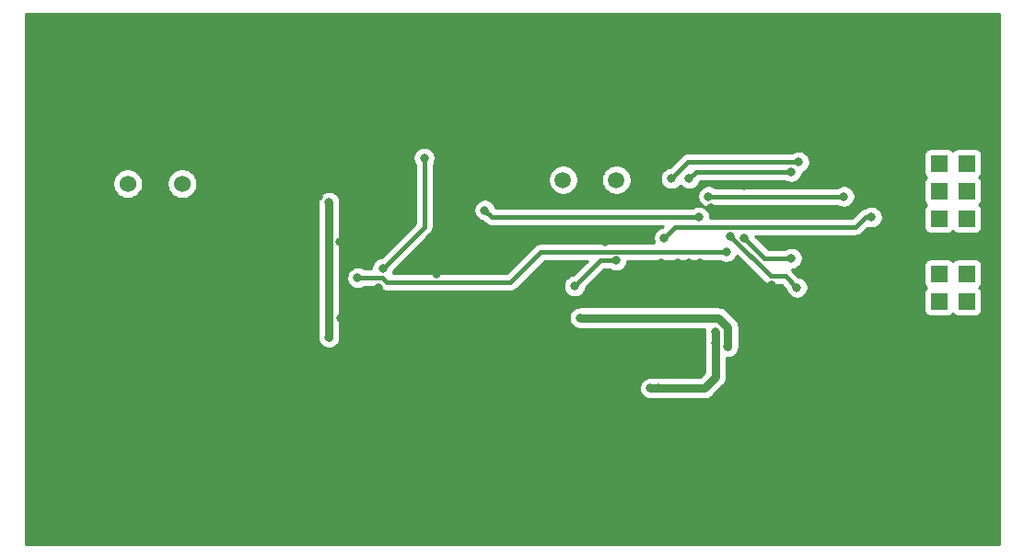
<source format=gbr>
G04 #@! TF.GenerationSoftware,KiCad,Pcbnew,(6.0.0-rc1-dev-1606-g4cd41e394)*
G04 #@! TF.CreationDate,2019-01-30T22:16:11+01:00
G04 #@! TF.ProjectId,SPACEDOS01A_PCB01A,53504143-4544-44f5-9330-31415f504342,REV*
G04 #@! TF.SameCoordinates,Original*
G04 #@! TF.FileFunction,Copper,L1,Top*
G04 #@! TF.FilePolarity,Positive*
%FSLAX46Y46*%
G04 Gerber Fmt 4.6, Leading zero omitted, Abs format (unit mm)*
G04 Created by KiCad (PCBNEW (6.0.0-rc1-dev-1606-g4cd41e394)) date 30.01.2019 22:16:11*
%MOMM*%
%LPD*%
G04 APERTURE LIST*
%ADD10C,6.000000*%
%ADD11R,1.524000X1.524000*%
%ADD12C,1.501140*%
%ADD13C,1.524000*%
%ADD14C,0.800000*%
%ADD15C,0.250000*%
%ADD16C,0.400000*%
%ADD17C,0.800000*%
%ADD18C,0.254000*%
G04 APERTURE END LIST*
D10*
X86360000Y45720000D03*
X5080000Y45720000D03*
X5080000Y5080000D03*
D11*
X87503000Y30988000D03*
X84963000Y30988000D03*
D10*
X86360000Y5080000D03*
D12*
X50391060Y34544000D03*
X55272940Y34544000D03*
D11*
X87503000Y25908000D03*
X84963000Y25908000D03*
X87503000Y28448000D03*
X84963000Y28448000D03*
X84963000Y23368000D03*
X87503000Y23368000D03*
D13*
X10360000Y34190000D03*
X15360000Y34190000D03*
D11*
X84963000Y36068000D03*
X87503000Y36068000D03*
X84963000Y33528000D03*
X87503000Y33528000D03*
D14*
X37465000Y15875000D03*
X12860000Y23870000D03*
X14732000Y22352000D03*
X12225000Y21965000D03*
X10668000Y21965000D03*
X10320000Y25775000D03*
X10320000Y27680000D03*
X10320000Y28950000D03*
X10319457Y30200565D03*
X4064000Y34544000D03*
X12225000Y31490000D03*
X30640000Y30220000D03*
X31910000Y30220000D03*
X33428186Y28701814D03*
X38895000Y30220000D03*
X33218000Y27680000D03*
X34450000Y29420000D03*
X37625000Y21965000D03*
X38895000Y21965000D03*
X39530000Y29585000D03*
X38768000Y25902000D03*
X30767000Y28823000D03*
X29862000Y28823000D03*
X4986000Y25648000D03*
X4986000Y26918000D03*
X9304000Y22092000D03*
X33434000Y24632000D03*
X50038000Y13716000D03*
X51308000Y13716000D03*
X52578000Y13716000D03*
X50038000Y12446000D03*
X51308000Y12446000D03*
X52578000Y12446000D03*
X33020000Y13716000D03*
X32766000Y12192000D03*
X34290000Y12192000D03*
X35814000Y12192000D03*
X37338000Y12192000D03*
X39116000Y12192000D03*
X40640000Y12192000D03*
X28575000Y11430000D03*
X26670000Y12700000D03*
X26670000Y13970000D03*
X27940000Y15240000D03*
X27940000Y16510000D03*
X27305000Y17780000D03*
X26035000Y18415000D03*
X24765000Y18415000D03*
X23495000Y18415000D03*
X22225000Y18415000D03*
X20955000Y17780000D03*
X19685000Y16510000D03*
X18415000Y15875000D03*
X17145000Y15875000D03*
X15240000Y15875000D03*
X13970000Y17145000D03*
X12700000Y17145000D03*
X17780000Y19050000D03*
X17780000Y20320000D03*
X17780000Y21590000D03*
X19050000Y21590000D03*
X19050000Y20320000D03*
X20320000Y21590000D03*
X21590000Y21590000D03*
X22860000Y21590000D03*
X24130000Y21590000D03*
X25400000Y21590000D03*
X26670000Y21590000D03*
X21590000Y22860000D03*
X21590000Y24892000D03*
X22860000Y24892000D03*
X22860000Y22860000D03*
X31115000Y22225000D03*
X29972000Y21844000D03*
X30480000Y20320000D03*
X30480000Y19050000D03*
X31750000Y19050000D03*
X31750000Y20320000D03*
X32385000Y21590000D03*
X34290000Y22225000D03*
X34036000Y17272000D03*
X34290000Y18415000D03*
X33655000Y19685000D03*
X32512000Y17272000D03*
X10795000Y17145000D03*
X8890000Y17145000D03*
X7620000Y17780000D03*
X5715000Y17780000D03*
X4445000Y18415000D03*
X3175000Y19685000D03*
X2540000Y20955000D03*
X2540000Y22225000D03*
X2540000Y24130000D03*
X2540000Y26035000D03*
X2540000Y27940000D03*
X2540000Y29845000D03*
X2540000Y31750000D03*
X2540000Y33020000D03*
X5715000Y33020000D03*
X6985000Y31750000D03*
X7620000Y33020000D03*
X8255000Y34290000D03*
X8255000Y35560000D03*
X10160000Y36195000D03*
X11430000Y36195000D03*
X12065000Y34925000D03*
X10795000Y31750000D03*
X12065000Y33020000D03*
X5080000Y35560000D03*
X13970000Y34925000D03*
X14605000Y36195000D03*
X15875000Y36195000D03*
X16510000Y37465000D03*
X16510000Y38735000D03*
X19685000Y30480000D03*
X20955000Y30480000D03*
X22225000Y30480000D03*
X23368000Y29972000D03*
X24765000Y32004000D03*
X26035000Y30988000D03*
X27305000Y30480000D03*
X27305000Y31750000D03*
X27940000Y33020000D03*
X28575000Y34290000D03*
X26035000Y33655000D03*
X26035000Y35560000D03*
X27305000Y36195000D03*
X28575000Y36195000D03*
X29845000Y35560000D03*
X31115000Y35560000D03*
X32385000Y35560000D03*
X33655000Y35560000D03*
X34925000Y35560000D03*
X36195000Y36195000D03*
X36195000Y37465000D03*
X37465000Y38100000D03*
X38735000Y37465000D03*
X40005000Y37465000D03*
X40894000Y35306000D03*
X40894000Y34036000D03*
X40894000Y32512000D03*
X40894000Y31496000D03*
X41656000Y30480000D03*
X42926000Y30480000D03*
X43688000Y29464000D03*
X50800000Y39116000D03*
X52324000Y39116000D03*
X53848000Y39116000D03*
X55372000Y39116000D03*
X56896000Y39116000D03*
X58420000Y39116000D03*
X59944000Y39116000D03*
X61468000Y39116000D03*
X59436000Y26924000D03*
X60960000Y26924000D03*
X61976000Y26924000D03*
X62992000Y26924000D03*
X58928000Y20320000D03*
X53848000Y20320000D03*
X57912000Y24892000D03*
X69596000Y24892000D03*
X70104000Y22352000D03*
X76200000Y31496000D03*
X66548000Y31496000D03*
X64008000Y32004000D03*
X67183000Y38735000D03*
X68453000Y38735000D03*
X75311000Y14605000D03*
X51054000Y32512000D03*
X50038000Y21717000D03*
X49657000Y32512000D03*
X54864000Y24892000D03*
X54229000Y28829000D03*
X6096000Y36576000D03*
X7112000Y37592000D03*
X8636000Y38608000D03*
X10160000Y38608000D03*
X11684000Y38608000D03*
X13208000Y38608000D03*
X14224000Y37592000D03*
X79248000Y21844000D03*
X79248000Y20320000D03*
X78232000Y19304000D03*
X78232000Y39243000D03*
X76708000Y39243000D03*
X75184000Y39243000D03*
X73660000Y39243000D03*
X72136000Y39243000D03*
X70612000Y39243000D03*
X69596000Y39243000D03*
X87884000Y12192000D03*
X87884000Y13716000D03*
X88392000Y16764000D03*
X79248000Y33528000D03*
X67056000Y34036000D03*
X37625000Y36570000D03*
X33815000Y26410000D03*
X59690000Y29210000D03*
X78740000Y31115000D03*
X65747314Y29387314D03*
X71882000Y24638000D03*
X67056000Y29210000D03*
X71374778Y27336070D03*
X51435000Y24765000D03*
X55245000Y27140000D03*
X61976000Y34671000D03*
X71374000Y35306000D03*
X60325000Y34671000D03*
X72066686Y36191990D03*
X28862000Y20060000D03*
X28862000Y32506000D03*
X64389000Y19558000D03*
X64389000Y20574000D03*
X59182000Y15367000D03*
X58420000Y15367000D03*
X76200000Y33020000D03*
X63754000Y33020000D03*
X65532000Y19177000D03*
X51943000Y21844000D03*
X31496000Y25527000D03*
X65405000Y27940000D03*
X43180000Y31750000D03*
X62865000Y31115000D03*
D15*
X12225000Y21965000D02*
X14130000Y21965000D01*
X10320000Y28950000D02*
X10320000Y27680000D01*
X12205565Y30200565D02*
X10319457Y30200565D01*
X13495000Y31490000D02*
X12205565Y30200565D01*
D16*
X31910000Y30220000D02*
X30640000Y30220000D01*
X34146372Y29420000D02*
X33428186Y28701814D01*
X34450000Y29420000D02*
X34146372Y29420000D01*
X34450000Y28912000D02*
X33218000Y27680000D01*
X34450000Y29420000D02*
X34450000Y28912000D01*
X38895000Y21965000D02*
X37625000Y21965000D01*
X39530000Y29585000D02*
X39530000Y26664000D01*
X39530000Y26664000D02*
X38768000Y25902000D01*
D15*
X29862000Y28823000D02*
X30767000Y28823000D01*
X4986000Y25648000D02*
X4986000Y26918000D01*
X33434000Y24632000D02*
X33434000Y23362000D01*
X33434000Y23362000D02*
X33688000Y23108000D01*
D16*
X37625000Y30220000D02*
X37625000Y36570000D01*
X33815000Y26410000D02*
X37625000Y30220000D01*
X78174315Y31115000D02*
X77285315Y30226000D01*
X78740000Y31115000D02*
X78174315Y31115000D01*
X60706000Y30226000D02*
X59690000Y29210000D01*
X77285315Y30226000D02*
X60706000Y30226000D01*
X70827999Y25692001D02*
X71882000Y24638000D01*
X65747314Y29387314D02*
X69442627Y25692001D01*
X69442627Y25692001D02*
X70827999Y25692001D01*
X68929930Y27336070D02*
X71374778Y27336070D01*
X67056000Y29210000D02*
X68929930Y27336070D01*
X51435000Y24765000D02*
X53810000Y27140000D01*
X53810000Y27140000D02*
X55245000Y27140000D01*
X61976000Y34671000D02*
X62611000Y35306000D01*
X62611000Y35306000D02*
X71374000Y35306000D01*
X60325000Y34671000D02*
X61845990Y36191990D01*
X61845990Y36191990D02*
X72066686Y36191990D01*
D17*
X28862000Y32506000D02*
X28862000Y20060000D01*
X63373000Y15367000D02*
X59182000Y15367000D01*
X64389000Y16383000D02*
X63373000Y15367000D01*
X64389000Y20574000D02*
X64389000Y16383000D01*
X59182000Y15367000D02*
X58420000Y15367000D01*
D16*
X76200000Y33020000D02*
X63754000Y33020000D01*
D17*
X64643000Y21844000D02*
X51943000Y21844000D01*
X65532000Y20955000D02*
X64643000Y21844000D01*
X65532000Y19177000D02*
X65532000Y20955000D01*
D16*
X34148003Y25101999D02*
X45548999Y25101999D01*
X31496000Y25527000D02*
X33723002Y25527000D01*
X33723002Y25527000D02*
X34148003Y25101999D01*
X48387000Y27940000D02*
X48323500Y27876500D01*
X65405000Y27940000D02*
X48387000Y27940000D01*
X45548999Y25101999D02*
X48323500Y27876500D01*
X43180000Y31750000D02*
X43815000Y31115000D01*
X43815000Y31115000D02*
X62865000Y31115000D01*
D18*
G36*
X90451000Y989000D02*
G01*
X989000Y989000D01*
X989000Y32607939D01*
X27827000Y32607939D01*
X27827000Y32556837D01*
X27827001Y20161944D01*
X27827000Y20161939D01*
X27827000Y19958061D01*
X27836971Y19907933D01*
X27841977Y19857105D01*
X27856803Y19808232D01*
X27866774Y19758102D01*
X27886335Y19710878D01*
X27901160Y19662007D01*
X27925235Y19616966D01*
X27944795Y19569744D01*
X27973191Y19527247D01*
X27997267Y19482203D01*
X28029668Y19442722D01*
X28058063Y19400226D01*
X28094203Y19364086D01*
X28126605Y19324604D01*
X28166087Y19292202D01*
X28202226Y19256063D01*
X28244721Y19227669D01*
X28284204Y19195266D01*
X28329250Y19171188D01*
X28371744Y19142795D01*
X28418962Y19123237D01*
X28464008Y19099159D01*
X28512884Y19084332D01*
X28560102Y19064774D01*
X28610226Y19054804D01*
X28659106Y19039976D01*
X28709942Y19034969D01*
X28760061Y19025000D01*
X28811162Y19025000D01*
X28862000Y19019993D01*
X28912838Y19025000D01*
X28963939Y19025000D01*
X29014057Y19034969D01*
X29064895Y19039976D01*
X29113777Y19054804D01*
X29163898Y19064774D01*
X29211113Y19084331D01*
X29259993Y19099159D01*
X29305042Y19123238D01*
X29352256Y19142795D01*
X29394746Y19171186D01*
X29439797Y19195266D01*
X29479284Y19227672D01*
X29521774Y19256063D01*
X29557908Y19292197D01*
X29597396Y19324604D01*
X29629803Y19364092D01*
X29665937Y19400226D01*
X29694328Y19442716D01*
X29726734Y19482203D01*
X29750814Y19527254D01*
X29779205Y19569744D01*
X29798762Y19616958D01*
X29822841Y19662007D01*
X29837669Y19710887D01*
X29857226Y19758102D01*
X29867196Y19808223D01*
X29882024Y19857105D01*
X29887031Y19907943D01*
X29897000Y19958061D01*
X29897000Y21844000D01*
X50902993Y21844000D01*
X50908000Y21793162D01*
X50908000Y21742061D01*
X50917969Y21691943D01*
X50922976Y21641105D01*
X50937804Y21592223D01*
X50947774Y21542102D01*
X50967331Y21494887D01*
X50982159Y21446007D01*
X51006238Y21400958D01*
X51025795Y21353744D01*
X51054186Y21311254D01*
X51078266Y21266203D01*
X51110672Y21226716D01*
X51139063Y21184226D01*
X51175196Y21148093D01*
X51207604Y21108604D01*
X51247092Y21076197D01*
X51283226Y21040063D01*
X51325716Y21011672D01*
X51365203Y20979266D01*
X51410254Y20955186D01*
X51452744Y20926795D01*
X51499958Y20907238D01*
X51545007Y20883159D01*
X51593887Y20868331D01*
X51641102Y20848774D01*
X51691223Y20838804D01*
X51740105Y20823976D01*
X51790943Y20818969D01*
X51841061Y20809000D01*
X63378715Y20809000D01*
X63368976Y20776894D01*
X63363969Y20726058D01*
X63354000Y20675939D01*
X63354000Y20624837D01*
X63354001Y16811712D01*
X62944290Y16402000D01*
X58318061Y16402000D01*
X58267943Y16392031D01*
X58217105Y16387024D01*
X58168223Y16372196D01*
X58118102Y16362226D01*
X58070887Y16342669D01*
X58022007Y16327841D01*
X57976958Y16303762D01*
X57929744Y16284205D01*
X57887254Y16255814D01*
X57842203Y16231734D01*
X57802716Y16199328D01*
X57760226Y16170937D01*
X57724092Y16134803D01*
X57684604Y16102396D01*
X57652197Y16062908D01*
X57616063Y16026774D01*
X57587672Y15984284D01*
X57555266Y15944797D01*
X57531186Y15899746D01*
X57502795Y15857256D01*
X57483238Y15810042D01*
X57459159Y15764993D01*
X57444331Y15716113D01*
X57424774Y15668898D01*
X57414804Y15618777D01*
X57399976Y15569895D01*
X57394969Y15519057D01*
X57385000Y15468939D01*
X57385000Y15417838D01*
X57379993Y15367000D01*
X57385000Y15316162D01*
X57385000Y15265061D01*
X57394969Y15214943D01*
X57399976Y15164105D01*
X57414804Y15115223D01*
X57424774Y15065102D01*
X57444331Y15017887D01*
X57459159Y14969007D01*
X57483238Y14923958D01*
X57502795Y14876744D01*
X57531186Y14834254D01*
X57555266Y14789203D01*
X57587672Y14749716D01*
X57616063Y14707226D01*
X57652197Y14671092D01*
X57684604Y14631604D01*
X57724092Y14599197D01*
X57760226Y14563063D01*
X57802716Y14534672D01*
X57842203Y14502266D01*
X57887254Y14478186D01*
X57929744Y14449795D01*
X57976958Y14430238D01*
X58022007Y14406159D01*
X58070887Y14391331D01*
X58118102Y14371774D01*
X58168223Y14361804D01*
X58217105Y14346976D01*
X58267943Y14341969D01*
X58318061Y14332000D01*
X63322172Y14332000D01*
X63373000Y14326994D01*
X63423828Y14332000D01*
X63423838Y14332000D01*
X63575895Y14346976D01*
X63770993Y14406159D01*
X63950797Y14502266D01*
X64108396Y14631604D01*
X64140807Y14671097D01*
X65084908Y15615197D01*
X65124396Y15647604D01*
X65220735Y15764993D01*
X65253734Y15805202D01*
X65349840Y15985006D01*
X65349841Y15985007D01*
X65409024Y16180105D01*
X65424000Y16332162D01*
X65424000Y16332164D01*
X65429007Y16383000D01*
X65424000Y16433835D01*
X65424000Y18143206D01*
X65430061Y18142000D01*
X65481162Y18142000D01*
X65532000Y18136993D01*
X65582838Y18142000D01*
X65633939Y18142000D01*
X65684058Y18151969D01*
X65734894Y18156976D01*
X65783774Y18171804D01*
X65833898Y18181774D01*
X65881116Y18201332D01*
X65929992Y18216159D01*
X65975039Y18240237D01*
X66022256Y18259795D01*
X66064747Y18288186D01*
X66109797Y18312266D01*
X66149284Y18344672D01*
X66191774Y18373063D01*
X66227908Y18409197D01*
X66267396Y18441604D01*
X66299803Y18481092D01*
X66335937Y18517226D01*
X66364328Y18559716D01*
X66396734Y18599203D01*
X66420814Y18644254D01*
X66449205Y18686744D01*
X66468762Y18733958D01*
X66492841Y18779007D01*
X66507669Y18827887D01*
X66527226Y18875102D01*
X66537196Y18925223D01*
X66552024Y18974105D01*
X66557031Y19024943D01*
X66567000Y19075061D01*
X66567000Y20904165D01*
X66572007Y20955000D01*
X66563629Y21040063D01*
X66552024Y21157895D01*
X66492841Y21352993D01*
X66443124Y21446007D01*
X66396734Y21532798D01*
X66299803Y21650908D01*
X66267396Y21690396D01*
X66227908Y21722803D01*
X65410807Y22539903D01*
X65378396Y22579396D01*
X65220797Y22708734D01*
X65040993Y22804841D01*
X64845895Y22864024D01*
X64693838Y22879000D01*
X64693828Y22879000D01*
X64643000Y22884006D01*
X64592172Y22879000D01*
X51841061Y22879000D01*
X51790943Y22869031D01*
X51740105Y22864024D01*
X51691223Y22849196D01*
X51641102Y22839226D01*
X51593887Y22819669D01*
X51545007Y22804841D01*
X51499958Y22780762D01*
X51452744Y22761205D01*
X51410254Y22732814D01*
X51365203Y22708734D01*
X51325716Y22676328D01*
X51283226Y22647937D01*
X51247092Y22611803D01*
X51207604Y22579396D01*
X51175197Y22539908D01*
X51139063Y22503774D01*
X51110672Y22461284D01*
X51078266Y22421797D01*
X51054186Y22376746D01*
X51025795Y22334256D01*
X51006238Y22287042D01*
X50982159Y22241993D01*
X50967331Y22193113D01*
X50947774Y22145898D01*
X50937804Y22095777D01*
X50922976Y22046895D01*
X50917969Y21996057D01*
X50908000Y21945939D01*
X50908000Y21894838D01*
X50902993Y21844000D01*
X29897000Y21844000D01*
X29897000Y25628939D01*
X30461000Y25628939D01*
X30461000Y25425061D01*
X30500774Y25225102D01*
X30578795Y25036744D01*
X30692063Y24867226D01*
X30836226Y24723063D01*
X31005744Y24609795D01*
X31194102Y24531774D01*
X31394061Y24492000D01*
X31597939Y24492000D01*
X31797898Y24531774D01*
X31986256Y24609795D01*
X32109285Y24692000D01*
X33377135Y24692000D01*
X33528557Y24540578D01*
X33554712Y24508708D01*
X33681857Y24404363D01*
X33809564Y24336102D01*
X33826916Y24326827D01*
X33984314Y24279081D01*
X34148002Y24262959D01*
X34189021Y24266999D01*
X45507981Y24266999D01*
X45548999Y24262959D01*
X45590017Y24266999D01*
X45590018Y24266999D01*
X45712688Y24279081D01*
X45870086Y24326827D01*
X46015145Y24404363D01*
X46142290Y24508708D01*
X46168445Y24540578D01*
X48732869Y27105000D01*
X52594132Y27105000D01*
X51278225Y25789093D01*
X51133102Y25760226D01*
X50944744Y25682205D01*
X50775226Y25568937D01*
X50631063Y25424774D01*
X50517795Y25255256D01*
X50439774Y25066898D01*
X50400000Y24866939D01*
X50400000Y24663061D01*
X50439774Y24463102D01*
X50517795Y24274744D01*
X50631063Y24105226D01*
X50775226Y23961063D01*
X50944744Y23847795D01*
X51133102Y23769774D01*
X51333061Y23730000D01*
X51536939Y23730000D01*
X51736898Y23769774D01*
X51925256Y23847795D01*
X52094774Y23961063D01*
X52238937Y24105226D01*
X52352205Y24274744D01*
X52430226Y24463102D01*
X52459093Y24608225D01*
X54155868Y26305000D01*
X54631715Y26305000D01*
X54754744Y26222795D01*
X54943102Y26144774D01*
X55143061Y26105000D01*
X55346939Y26105000D01*
X55546898Y26144774D01*
X55735256Y26222795D01*
X55904774Y26336063D01*
X56048937Y26480226D01*
X56162205Y26649744D01*
X56240226Y26838102D01*
X56280000Y27038061D01*
X56280000Y27105000D01*
X64791715Y27105000D01*
X64914744Y27022795D01*
X65103102Y26944774D01*
X65303061Y26905000D01*
X65506939Y26905000D01*
X65706898Y26944774D01*
X65895256Y27022795D01*
X66064774Y27136063D01*
X66208937Y27280226D01*
X66322205Y27449744D01*
X66375457Y27578304D01*
X68823190Y25130569D01*
X68849336Y25098710D01*
X68881195Y25072564D01*
X68881197Y25072562D01*
X68924842Y25036744D01*
X68976481Y24994365D01*
X69121540Y24916829D01*
X69278938Y24869083D01*
X69401608Y24857001D01*
X69401609Y24857001D01*
X69442627Y24852961D01*
X69483645Y24857001D01*
X70482132Y24857001D01*
X70857908Y24481224D01*
X70886774Y24336102D01*
X70964795Y24147744D01*
X71078063Y23978226D01*
X71222226Y23834063D01*
X71391744Y23720795D01*
X71580102Y23642774D01*
X71780061Y23603000D01*
X71983939Y23603000D01*
X72183898Y23642774D01*
X72372256Y23720795D01*
X72541774Y23834063D01*
X72685937Y23978226D01*
X72799205Y24147744D01*
X72877226Y24336102D01*
X72917000Y24536061D01*
X72917000Y24739939D01*
X72877226Y24939898D01*
X72799205Y25128256D01*
X72685937Y25297774D01*
X72541774Y25441937D01*
X72372256Y25555205D01*
X72183898Y25633226D01*
X72038776Y25662092D01*
X71447444Y26253423D01*
X71421290Y26285292D01*
X71402064Y26301070D01*
X71476717Y26301070D01*
X71676676Y26340844D01*
X71865034Y26418865D01*
X72034552Y26532133D01*
X72172419Y26670000D01*
X83562928Y26670000D01*
X83562928Y25146000D01*
X83575188Y25021518D01*
X83611498Y24901820D01*
X83670463Y24791506D01*
X83749815Y24694815D01*
X83819044Y24638000D01*
X83749815Y24581185D01*
X83670463Y24484494D01*
X83611498Y24374180D01*
X83575188Y24254482D01*
X83562928Y24130000D01*
X83562928Y22606000D01*
X83575188Y22481518D01*
X83611498Y22361820D01*
X83670463Y22251506D01*
X83749815Y22154815D01*
X83846506Y22075463D01*
X83956820Y22016498D01*
X84076518Y21980188D01*
X84201000Y21967928D01*
X85725000Y21967928D01*
X85849482Y21980188D01*
X85969180Y22016498D01*
X86079494Y22075463D01*
X86176185Y22154815D01*
X86233000Y22224044D01*
X86289815Y22154815D01*
X86386506Y22075463D01*
X86496820Y22016498D01*
X86616518Y21980188D01*
X86741000Y21967928D01*
X88265000Y21967928D01*
X88389482Y21980188D01*
X88509180Y22016498D01*
X88619494Y22075463D01*
X88716185Y22154815D01*
X88795537Y22251506D01*
X88854502Y22361820D01*
X88890812Y22481518D01*
X88903072Y22606000D01*
X88903072Y24130000D01*
X88890812Y24254482D01*
X88854502Y24374180D01*
X88795537Y24484494D01*
X88716185Y24581185D01*
X88646956Y24638000D01*
X88716185Y24694815D01*
X88795537Y24791506D01*
X88854502Y24901820D01*
X88890812Y25021518D01*
X88903072Y25146000D01*
X88903072Y26670000D01*
X88890812Y26794482D01*
X88854502Y26914180D01*
X88795537Y27024494D01*
X88716185Y27121185D01*
X88619494Y27200537D01*
X88509180Y27259502D01*
X88389482Y27295812D01*
X88265000Y27308072D01*
X86741000Y27308072D01*
X86616518Y27295812D01*
X86496820Y27259502D01*
X86386506Y27200537D01*
X86289815Y27121185D01*
X86233000Y27051956D01*
X86176185Y27121185D01*
X86079494Y27200537D01*
X85969180Y27259502D01*
X85849482Y27295812D01*
X85725000Y27308072D01*
X84201000Y27308072D01*
X84076518Y27295812D01*
X83956820Y27259502D01*
X83846506Y27200537D01*
X83749815Y27121185D01*
X83670463Y27024494D01*
X83611498Y26914180D01*
X83575188Y26794482D01*
X83562928Y26670000D01*
X72172419Y26670000D01*
X72178715Y26676296D01*
X72291983Y26845814D01*
X72370004Y27034172D01*
X72409778Y27234131D01*
X72409778Y27438009D01*
X72370004Y27637968D01*
X72291983Y27826326D01*
X72178715Y27995844D01*
X72034552Y28140007D01*
X71865034Y28253275D01*
X71676676Y28331296D01*
X71476717Y28371070D01*
X71272839Y28371070D01*
X71072880Y28331296D01*
X70884522Y28253275D01*
X70761493Y28171070D01*
X69275798Y28171070D01*
X68080093Y29366775D01*
X68075274Y29391000D01*
X77244297Y29391000D01*
X77285315Y29386960D01*
X77326333Y29391000D01*
X77326334Y29391000D01*
X77449004Y29403082D01*
X77606402Y29450828D01*
X77751461Y29528364D01*
X77878606Y29632709D01*
X77904760Y29664578D01*
X78382845Y30142662D01*
X78438102Y30119774D01*
X78638061Y30080000D01*
X78841939Y30080000D01*
X79041898Y30119774D01*
X79230256Y30197795D01*
X79399774Y30311063D01*
X79543937Y30455226D01*
X79657205Y30624744D01*
X79735226Y30813102D01*
X79775000Y31013061D01*
X79775000Y31216939D01*
X79735226Y31416898D01*
X79657205Y31605256D01*
X79543937Y31774774D01*
X79399774Y31918937D01*
X79230256Y32032205D01*
X79041898Y32110226D01*
X78841939Y32150000D01*
X78638061Y32150000D01*
X78438102Y32110226D01*
X78249744Y32032205D01*
X78125577Y31949240D01*
X78010626Y31937918D01*
X77853228Y31890172D01*
X77708169Y31812636D01*
X77631847Y31750000D01*
X77581024Y31708291D01*
X77554878Y31676432D01*
X76939447Y31061000D01*
X63900000Y31061000D01*
X63900000Y31216939D01*
X63860226Y31416898D01*
X63782205Y31605256D01*
X63668937Y31774774D01*
X63524774Y31918937D01*
X63355256Y32032205D01*
X63166898Y32110226D01*
X62966939Y32150000D01*
X62763061Y32150000D01*
X62563102Y32110226D01*
X62374744Y32032205D01*
X62251715Y31950000D01*
X44195495Y31950000D01*
X44175226Y32051898D01*
X44097205Y32240256D01*
X43983937Y32409774D01*
X43839774Y32553937D01*
X43670256Y32667205D01*
X43481898Y32745226D01*
X43281939Y32785000D01*
X43078061Y32785000D01*
X42878102Y32745226D01*
X42689744Y32667205D01*
X42520226Y32553937D01*
X42376063Y32409774D01*
X42262795Y32240256D01*
X42184774Y32051898D01*
X42145000Y31851939D01*
X42145000Y31648061D01*
X42184774Y31448102D01*
X42262795Y31259744D01*
X42376063Y31090226D01*
X42520226Y30946063D01*
X42689744Y30832795D01*
X42878102Y30754774D01*
X43023224Y30725908D01*
X43195561Y30553570D01*
X43221709Y30521709D01*
X43348854Y30417364D01*
X43493913Y30339828D01*
X43651311Y30292082D01*
X43773981Y30280000D01*
X43773982Y30280000D01*
X43815000Y30275960D01*
X43856018Y30280000D01*
X59579133Y30280000D01*
X59533225Y30234093D01*
X59388102Y30205226D01*
X59199744Y30127205D01*
X59030226Y30013937D01*
X58886063Y29869774D01*
X58772795Y29700256D01*
X58694774Y29511898D01*
X58655000Y29311939D01*
X58655000Y29108061D01*
X58694774Y28908102D01*
X58749907Y28775000D01*
X48428018Y28775000D01*
X48387000Y28779040D01*
X48345982Y28775000D01*
X48345981Y28775000D01*
X48223311Y28762918D01*
X48065913Y28715172D01*
X47920854Y28637636D01*
X47793709Y28533291D01*
X47767556Y28501424D01*
X47762078Y28495946D01*
X47762070Y28495939D01*
X45203132Y25936999D01*
X34739352Y25936999D01*
X34810226Y26108102D01*
X34839093Y26253225D01*
X38186433Y29600564D01*
X38218291Y29626709D01*
X38278650Y29700256D01*
X38322636Y29753854D01*
X38400172Y29898913D01*
X38402818Y29907636D01*
X38447918Y30056311D01*
X38460000Y30178981D01*
X38460000Y30178982D01*
X38464040Y30220000D01*
X38460000Y30261018D01*
X38460000Y33121939D01*
X62719000Y33121939D01*
X62719000Y32918061D01*
X62758774Y32718102D01*
X62836795Y32529744D01*
X62950063Y32360226D01*
X63094226Y32216063D01*
X63263744Y32102795D01*
X63452102Y32024774D01*
X63652061Y31985000D01*
X63855939Y31985000D01*
X64055898Y32024774D01*
X64244256Y32102795D01*
X64367285Y32185000D01*
X75586715Y32185000D01*
X75709744Y32102795D01*
X75898102Y32024774D01*
X76098061Y31985000D01*
X76301939Y31985000D01*
X76501898Y32024774D01*
X76690256Y32102795D01*
X76859774Y32216063D01*
X77003937Y32360226D01*
X77117205Y32529744D01*
X77195226Y32718102D01*
X77235000Y32918061D01*
X77235000Y33121939D01*
X77195226Y33321898D01*
X77117205Y33510256D01*
X77003937Y33679774D01*
X76859774Y33823937D01*
X76690256Y33937205D01*
X76501898Y34015226D01*
X76301939Y34055000D01*
X76098061Y34055000D01*
X75898102Y34015226D01*
X75709744Y33937205D01*
X75586715Y33855000D01*
X64367285Y33855000D01*
X64244256Y33937205D01*
X64055898Y34015226D01*
X63855939Y34055000D01*
X63652061Y34055000D01*
X63452102Y34015226D01*
X63263744Y33937205D01*
X63094226Y33823937D01*
X62950063Y33679774D01*
X62836795Y33510256D01*
X62758774Y33321898D01*
X62719000Y33121939D01*
X38460000Y33121939D01*
X38460000Y34680467D01*
X49005490Y34680467D01*
X49005490Y34407533D01*
X49058737Y34139844D01*
X49163184Y33887687D01*
X49314818Y33660751D01*
X49507811Y33467758D01*
X49734747Y33316124D01*
X49986904Y33211677D01*
X50254593Y33158430D01*
X50527527Y33158430D01*
X50795216Y33211677D01*
X51047373Y33316124D01*
X51274309Y33467758D01*
X51467302Y33660751D01*
X51618936Y33887687D01*
X51723383Y34139844D01*
X51776630Y34407533D01*
X51776630Y34680467D01*
X53887370Y34680467D01*
X53887370Y34407533D01*
X53940617Y34139844D01*
X54045064Y33887687D01*
X54196698Y33660751D01*
X54389691Y33467758D01*
X54616627Y33316124D01*
X54868784Y33211677D01*
X55136473Y33158430D01*
X55409407Y33158430D01*
X55677096Y33211677D01*
X55929253Y33316124D01*
X56156189Y33467758D01*
X56349182Y33660751D01*
X56500816Y33887687D01*
X56605263Y34139844D01*
X56658510Y34407533D01*
X56658510Y34680467D01*
X56640117Y34772939D01*
X59290000Y34772939D01*
X59290000Y34569061D01*
X59329774Y34369102D01*
X59407795Y34180744D01*
X59521063Y34011226D01*
X59665226Y33867063D01*
X59834744Y33753795D01*
X60023102Y33675774D01*
X60223061Y33636000D01*
X60426939Y33636000D01*
X60626898Y33675774D01*
X60815256Y33753795D01*
X60984774Y33867063D01*
X61128937Y34011226D01*
X61150500Y34043497D01*
X61172063Y34011226D01*
X61316226Y33867063D01*
X61485744Y33753795D01*
X61674102Y33675774D01*
X61874061Y33636000D01*
X62077939Y33636000D01*
X62277898Y33675774D01*
X62466256Y33753795D01*
X62635774Y33867063D01*
X62779937Y34011226D01*
X62893205Y34180744D01*
X62971226Y34369102D01*
X62991495Y34471000D01*
X70760715Y34471000D01*
X70883744Y34388795D01*
X71072102Y34310774D01*
X71272061Y34271000D01*
X71475939Y34271000D01*
X71675898Y34310774D01*
X71864256Y34388795D01*
X72033774Y34502063D01*
X72177937Y34646226D01*
X72291205Y34815744D01*
X72369226Y35004102D01*
X72409000Y35204061D01*
X72409000Y35213505D01*
X72556942Y35274785D01*
X72726460Y35388053D01*
X72870623Y35532216D01*
X72983891Y35701734D01*
X73061912Y35890092D01*
X73101686Y36090051D01*
X73101686Y36293929D01*
X73061912Y36493888D01*
X72983891Y36682246D01*
X72885166Y36830000D01*
X83562928Y36830000D01*
X83562928Y35306000D01*
X83575188Y35181518D01*
X83611498Y35061820D01*
X83670463Y34951506D01*
X83749815Y34854815D01*
X83819044Y34798000D01*
X83749815Y34741185D01*
X83670463Y34644494D01*
X83611498Y34534180D01*
X83575188Y34414482D01*
X83562928Y34290000D01*
X83562928Y32766000D01*
X83575188Y32641518D01*
X83611498Y32521820D01*
X83670463Y32411506D01*
X83749815Y32314815D01*
X83819044Y32258000D01*
X83749815Y32201185D01*
X83670463Y32104494D01*
X83611498Y31994180D01*
X83575188Y31874482D01*
X83562928Y31750000D01*
X83562928Y30226000D01*
X83575188Y30101518D01*
X83611498Y29981820D01*
X83670463Y29871506D01*
X83749815Y29774815D01*
X83846506Y29695463D01*
X83956820Y29636498D01*
X84076518Y29600188D01*
X84201000Y29587928D01*
X85725000Y29587928D01*
X85849482Y29600188D01*
X85969180Y29636498D01*
X86079494Y29695463D01*
X86176185Y29774815D01*
X86233000Y29844044D01*
X86289815Y29774815D01*
X86386506Y29695463D01*
X86496820Y29636498D01*
X86616518Y29600188D01*
X86741000Y29587928D01*
X88265000Y29587928D01*
X88389482Y29600188D01*
X88509180Y29636498D01*
X88619494Y29695463D01*
X88716185Y29774815D01*
X88795537Y29871506D01*
X88854502Y29981820D01*
X88890812Y30101518D01*
X88903072Y30226000D01*
X88903072Y31750000D01*
X88890812Y31874482D01*
X88854502Y31994180D01*
X88795537Y32104494D01*
X88716185Y32201185D01*
X88646956Y32258000D01*
X88716185Y32314815D01*
X88795537Y32411506D01*
X88854502Y32521820D01*
X88890812Y32641518D01*
X88903072Y32766000D01*
X88903072Y34290000D01*
X88890812Y34414482D01*
X88854502Y34534180D01*
X88795537Y34644494D01*
X88716185Y34741185D01*
X88646956Y34798000D01*
X88716185Y34854815D01*
X88795537Y34951506D01*
X88854502Y35061820D01*
X88890812Y35181518D01*
X88903072Y35306000D01*
X88903072Y36830000D01*
X88890812Y36954482D01*
X88854502Y37074180D01*
X88795537Y37184494D01*
X88716185Y37281185D01*
X88619494Y37360537D01*
X88509180Y37419502D01*
X88389482Y37455812D01*
X88265000Y37468072D01*
X86741000Y37468072D01*
X86616518Y37455812D01*
X86496820Y37419502D01*
X86386506Y37360537D01*
X86289815Y37281185D01*
X86233000Y37211956D01*
X86176185Y37281185D01*
X86079494Y37360537D01*
X85969180Y37419502D01*
X85849482Y37455812D01*
X85725000Y37468072D01*
X84201000Y37468072D01*
X84076518Y37455812D01*
X83956820Y37419502D01*
X83846506Y37360537D01*
X83749815Y37281185D01*
X83670463Y37184494D01*
X83611498Y37074180D01*
X83575188Y36954482D01*
X83562928Y36830000D01*
X72885166Y36830000D01*
X72870623Y36851764D01*
X72726460Y36995927D01*
X72556942Y37109195D01*
X72368584Y37187216D01*
X72168625Y37226990D01*
X71964747Y37226990D01*
X71764788Y37187216D01*
X71576430Y37109195D01*
X71453401Y37026990D01*
X61887008Y37026990D01*
X61845990Y37031030D01*
X61804972Y37026990D01*
X61804971Y37026990D01*
X61682301Y37014908D01*
X61524903Y36967162D01*
X61379844Y36889626D01*
X61252699Y36785281D01*
X61226553Y36753422D01*
X60168225Y35695093D01*
X60023102Y35666226D01*
X59834744Y35588205D01*
X59665226Y35474937D01*
X59521063Y35330774D01*
X59407795Y35161256D01*
X59329774Y34972898D01*
X59290000Y34772939D01*
X56640117Y34772939D01*
X56605263Y34948156D01*
X56500816Y35200313D01*
X56349182Y35427249D01*
X56156189Y35620242D01*
X55929253Y35771876D01*
X55677096Y35876323D01*
X55409407Y35929570D01*
X55136473Y35929570D01*
X54868784Y35876323D01*
X54616627Y35771876D01*
X54389691Y35620242D01*
X54196698Y35427249D01*
X54045064Y35200313D01*
X53940617Y34948156D01*
X53887370Y34680467D01*
X51776630Y34680467D01*
X51723383Y34948156D01*
X51618936Y35200313D01*
X51467302Y35427249D01*
X51274309Y35620242D01*
X51047373Y35771876D01*
X50795216Y35876323D01*
X50527527Y35929570D01*
X50254593Y35929570D01*
X49986904Y35876323D01*
X49734747Y35771876D01*
X49507811Y35620242D01*
X49314818Y35427249D01*
X49163184Y35200313D01*
X49058737Y34948156D01*
X49005490Y34680467D01*
X38460000Y34680467D01*
X38460000Y35956715D01*
X38542205Y36079744D01*
X38620226Y36268102D01*
X38660000Y36468061D01*
X38660000Y36671939D01*
X38620226Y36871898D01*
X38542205Y37060256D01*
X38428937Y37229774D01*
X38284774Y37373937D01*
X38115256Y37487205D01*
X37926898Y37565226D01*
X37726939Y37605000D01*
X37523061Y37605000D01*
X37323102Y37565226D01*
X37134744Y37487205D01*
X36965226Y37373937D01*
X36821063Y37229774D01*
X36707795Y37060256D01*
X36629774Y36871898D01*
X36590000Y36671939D01*
X36590000Y36468061D01*
X36629774Y36268102D01*
X36707795Y36079744D01*
X36790001Y35956714D01*
X36790000Y30565869D01*
X33658225Y27434093D01*
X33513102Y27405226D01*
X33324744Y27327205D01*
X33155226Y27213937D01*
X33011063Y27069774D01*
X32897795Y26900256D01*
X32819774Y26711898D01*
X32780000Y26511939D01*
X32780000Y26362000D01*
X32109285Y26362000D01*
X31986256Y26444205D01*
X31797898Y26522226D01*
X31597939Y26562000D01*
X31394061Y26562000D01*
X31194102Y26522226D01*
X31005744Y26444205D01*
X30836226Y26330937D01*
X30692063Y26186774D01*
X30578795Y26017256D01*
X30500774Y25828898D01*
X30461000Y25628939D01*
X29897000Y25628939D01*
X29897000Y32607939D01*
X29887031Y32658057D01*
X29882024Y32708895D01*
X29867196Y32757777D01*
X29857226Y32807898D01*
X29837669Y32855113D01*
X29822841Y32903993D01*
X29798762Y32949042D01*
X29779205Y32996256D01*
X29750814Y33038746D01*
X29726734Y33083797D01*
X29694328Y33123284D01*
X29665937Y33165774D01*
X29629803Y33201908D01*
X29597396Y33241396D01*
X29557908Y33273803D01*
X29521774Y33309937D01*
X29479284Y33338328D01*
X29439797Y33370734D01*
X29394747Y33394814D01*
X29352256Y33423205D01*
X29305039Y33442763D01*
X29259992Y33466841D01*
X29211116Y33481668D01*
X29163898Y33501226D01*
X29113774Y33511196D01*
X29064894Y33526024D01*
X29014058Y33531031D01*
X28963939Y33541000D01*
X28912838Y33541000D01*
X28862000Y33546007D01*
X28811162Y33541000D01*
X28760061Y33541000D01*
X28709943Y33531031D01*
X28659105Y33526024D01*
X28610223Y33511196D01*
X28560102Y33501226D01*
X28512887Y33481669D01*
X28464007Y33466841D01*
X28418958Y33442762D01*
X28371744Y33423205D01*
X28329254Y33394814D01*
X28284203Y33370734D01*
X28244716Y33338328D01*
X28202226Y33309937D01*
X28166092Y33273803D01*
X28126604Y33241396D01*
X28094197Y33201908D01*
X28058063Y33165774D01*
X28029672Y33123284D01*
X27997266Y33083797D01*
X27973186Y33038747D01*
X27944795Y32996256D01*
X27925237Y32949039D01*
X27901159Y32903992D01*
X27886332Y32855116D01*
X27866774Y32807898D01*
X27856804Y32757774D01*
X27841976Y32708894D01*
X27836969Y32658058D01*
X27827000Y32607939D01*
X989000Y32607939D01*
X989000Y34327592D01*
X8963000Y34327592D01*
X8963000Y34052408D01*
X9016686Y33782510D01*
X9121995Y33528273D01*
X9274880Y33299465D01*
X9469465Y33104880D01*
X9698273Y32951995D01*
X9952510Y32846686D01*
X10222408Y32793000D01*
X10497592Y32793000D01*
X10767490Y32846686D01*
X11021727Y32951995D01*
X11250535Y33104880D01*
X11445120Y33299465D01*
X11598005Y33528273D01*
X11703314Y33782510D01*
X11757000Y34052408D01*
X11757000Y34327592D01*
X13963000Y34327592D01*
X13963000Y34052408D01*
X14016686Y33782510D01*
X14121995Y33528273D01*
X14274880Y33299465D01*
X14469465Y33104880D01*
X14698273Y32951995D01*
X14952510Y32846686D01*
X15222408Y32793000D01*
X15497592Y32793000D01*
X15767490Y32846686D01*
X16021727Y32951995D01*
X16250535Y33104880D01*
X16445120Y33299465D01*
X16598005Y33528273D01*
X16703314Y33782510D01*
X16757000Y34052408D01*
X16757000Y34327592D01*
X16703314Y34597490D01*
X16598005Y34851727D01*
X16445120Y35080535D01*
X16250535Y35275120D01*
X16021727Y35428005D01*
X15767490Y35533314D01*
X15497592Y35587000D01*
X15222408Y35587000D01*
X14952510Y35533314D01*
X14698273Y35428005D01*
X14469465Y35275120D01*
X14274880Y35080535D01*
X14121995Y34851727D01*
X14016686Y34597490D01*
X13963000Y34327592D01*
X11757000Y34327592D01*
X11703314Y34597490D01*
X11598005Y34851727D01*
X11445120Y35080535D01*
X11250535Y35275120D01*
X11021727Y35428005D01*
X10767490Y35533314D01*
X10497592Y35587000D01*
X10222408Y35587000D01*
X9952510Y35533314D01*
X9698273Y35428005D01*
X9469465Y35275120D01*
X9274880Y35080535D01*
X9121995Y34851727D01*
X9016686Y34597490D01*
X8963000Y34327592D01*
X989000Y34327592D01*
X989000Y49811000D01*
X90451001Y49811000D01*
X90451000Y989000D01*
X90451000Y989000D01*
G37*
X90451000Y989000D02*
X989000Y989000D01*
X989000Y32607939D01*
X27827000Y32607939D01*
X27827000Y32556837D01*
X27827001Y20161944D01*
X27827000Y20161939D01*
X27827000Y19958061D01*
X27836971Y19907933D01*
X27841977Y19857105D01*
X27856803Y19808232D01*
X27866774Y19758102D01*
X27886335Y19710878D01*
X27901160Y19662007D01*
X27925235Y19616966D01*
X27944795Y19569744D01*
X27973191Y19527247D01*
X27997267Y19482203D01*
X28029668Y19442722D01*
X28058063Y19400226D01*
X28094203Y19364086D01*
X28126605Y19324604D01*
X28166087Y19292202D01*
X28202226Y19256063D01*
X28244721Y19227669D01*
X28284204Y19195266D01*
X28329250Y19171188D01*
X28371744Y19142795D01*
X28418962Y19123237D01*
X28464008Y19099159D01*
X28512884Y19084332D01*
X28560102Y19064774D01*
X28610226Y19054804D01*
X28659106Y19039976D01*
X28709942Y19034969D01*
X28760061Y19025000D01*
X28811162Y19025000D01*
X28862000Y19019993D01*
X28912838Y19025000D01*
X28963939Y19025000D01*
X29014057Y19034969D01*
X29064895Y19039976D01*
X29113777Y19054804D01*
X29163898Y19064774D01*
X29211113Y19084331D01*
X29259993Y19099159D01*
X29305042Y19123238D01*
X29352256Y19142795D01*
X29394746Y19171186D01*
X29439797Y19195266D01*
X29479284Y19227672D01*
X29521774Y19256063D01*
X29557908Y19292197D01*
X29597396Y19324604D01*
X29629803Y19364092D01*
X29665937Y19400226D01*
X29694328Y19442716D01*
X29726734Y19482203D01*
X29750814Y19527254D01*
X29779205Y19569744D01*
X29798762Y19616958D01*
X29822841Y19662007D01*
X29837669Y19710887D01*
X29857226Y19758102D01*
X29867196Y19808223D01*
X29882024Y19857105D01*
X29887031Y19907943D01*
X29897000Y19958061D01*
X29897000Y21844000D01*
X50902993Y21844000D01*
X50908000Y21793162D01*
X50908000Y21742061D01*
X50917969Y21691943D01*
X50922976Y21641105D01*
X50937804Y21592223D01*
X50947774Y21542102D01*
X50967331Y21494887D01*
X50982159Y21446007D01*
X51006238Y21400958D01*
X51025795Y21353744D01*
X51054186Y21311254D01*
X51078266Y21266203D01*
X51110672Y21226716D01*
X51139063Y21184226D01*
X51175196Y21148093D01*
X51207604Y21108604D01*
X51247092Y21076197D01*
X51283226Y21040063D01*
X51325716Y21011672D01*
X51365203Y20979266D01*
X51410254Y20955186D01*
X51452744Y20926795D01*
X51499958Y20907238D01*
X51545007Y20883159D01*
X51593887Y20868331D01*
X51641102Y20848774D01*
X51691223Y20838804D01*
X51740105Y20823976D01*
X51790943Y20818969D01*
X51841061Y20809000D01*
X63378715Y20809000D01*
X63368976Y20776894D01*
X63363969Y20726058D01*
X63354000Y20675939D01*
X63354000Y20624837D01*
X63354001Y16811712D01*
X62944290Y16402000D01*
X58318061Y16402000D01*
X58267943Y16392031D01*
X58217105Y16387024D01*
X58168223Y16372196D01*
X58118102Y16362226D01*
X58070887Y16342669D01*
X58022007Y16327841D01*
X57976958Y16303762D01*
X57929744Y16284205D01*
X57887254Y16255814D01*
X57842203Y16231734D01*
X57802716Y16199328D01*
X57760226Y16170937D01*
X57724092Y16134803D01*
X57684604Y16102396D01*
X57652197Y16062908D01*
X57616063Y16026774D01*
X57587672Y15984284D01*
X57555266Y15944797D01*
X57531186Y15899746D01*
X57502795Y15857256D01*
X57483238Y15810042D01*
X57459159Y15764993D01*
X57444331Y15716113D01*
X57424774Y15668898D01*
X57414804Y15618777D01*
X57399976Y15569895D01*
X57394969Y15519057D01*
X57385000Y15468939D01*
X57385000Y15417838D01*
X57379993Y15367000D01*
X57385000Y15316162D01*
X57385000Y15265061D01*
X57394969Y15214943D01*
X57399976Y15164105D01*
X57414804Y15115223D01*
X57424774Y15065102D01*
X57444331Y15017887D01*
X57459159Y14969007D01*
X57483238Y14923958D01*
X57502795Y14876744D01*
X57531186Y14834254D01*
X57555266Y14789203D01*
X57587672Y14749716D01*
X57616063Y14707226D01*
X57652197Y14671092D01*
X57684604Y14631604D01*
X57724092Y14599197D01*
X57760226Y14563063D01*
X57802716Y14534672D01*
X57842203Y14502266D01*
X57887254Y14478186D01*
X57929744Y14449795D01*
X57976958Y14430238D01*
X58022007Y14406159D01*
X58070887Y14391331D01*
X58118102Y14371774D01*
X58168223Y14361804D01*
X58217105Y14346976D01*
X58267943Y14341969D01*
X58318061Y14332000D01*
X63322172Y14332000D01*
X63373000Y14326994D01*
X63423828Y14332000D01*
X63423838Y14332000D01*
X63575895Y14346976D01*
X63770993Y14406159D01*
X63950797Y14502266D01*
X64108396Y14631604D01*
X64140807Y14671097D01*
X65084908Y15615197D01*
X65124396Y15647604D01*
X65220735Y15764993D01*
X65253734Y15805202D01*
X65349840Y15985006D01*
X65349841Y15985007D01*
X65409024Y16180105D01*
X65424000Y16332162D01*
X65424000Y16332164D01*
X65429007Y16383000D01*
X65424000Y16433835D01*
X65424000Y18143206D01*
X65430061Y18142000D01*
X65481162Y18142000D01*
X65532000Y18136993D01*
X65582838Y18142000D01*
X65633939Y18142000D01*
X65684058Y18151969D01*
X65734894Y18156976D01*
X65783774Y18171804D01*
X65833898Y18181774D01*
X65881116Y18201332D01*
X65929992Y18216159D01*
X65975039Y18240237D01*
X66022256Y18259795D01*
X66064747Y18288186D01*
X66109797Y18312266D01*
X66149284Y18344672D01*
X66191774Y18373063D01*
X66227908Y18409197D01*
X66267396Y18441604D01*
X66299803Y18481092D01*
X66335937Y18517226D01*
X66364328Y18559716D01*
X66396734Y18599203D01*
X66420814Y18644254D01*
X66449205Y18686744D01*
X66468762Y18733958D01*
X66492841Y18779007D01*
X66507669Y18827887D01*
X66527226Y18875102D01*
X66537196Y18925223D01*
X66552024Y18974105D01*
X66557031Y19024943D01*
X66567000Y19075061D01*
X66567000Y20904165D01*
X66572007Y20955000D01*
X66563629Y21040063D01*
X66552024Y21157895D01*
X66492841Y21352993D01*
X66443124Y21446007D01*
X66396734Y21532798D01*
X66299803Y21650908D01*
X66267396Y21690396D01*
X66227908Y21722803D01*
X65410807Y22539903D01*
X65378396Y22579396D01*
X65220797Y22708734D01*
X65040993Y22804841D01*
X64845895Y22864024D01*
X64693838Y22879000D01*
X64693828Y22879000D01*
X64643000Y22884006D01*
X64592172Y22879000D01*
X51841061Y22879000D01*
X51790943Y22869031D01*
X51740105Y22864024D01*
X51691223Y22849196D01*
X51641102Y22839226D01*
X51593887Y22819669D01*
X51545007Y22804841D01*
X51499958Y22780762D01*
X51452744Y22761205D01*
X51410254Y22732814D01*
X51365203Y22708734D01*
X51325716Y22676328D01*
X51283226Y22647937D01*
X51247092Y22611803D01*
X51207604Y22579396D01*
X51175197Y22539908D01*
X51139063Y22503774D01*
X51110672Y22461284D01*
X51078266Y22421797D01*
X51054186Y22376746D01*
X51025795Y22334256D01*
X51006238Y22287042D01*
X50982159Y22241993D01*
X50967331Y22193113D01*
X50947774Y22145898D01*
X50937804Y22095777D01*
X50922976Y22046895D01*
X50917969Y21996057D01*
X50908000Y21945939D01*
X50908000Y21894838D01*
X50902993Y21844000D01*
X29897000Y21844000D01*
X29897000Y25628939D01*
X30461000Y25628939D01*
X30461000Y25425061D01*
X30500774Y25225102D01*
X30578795Y25036744D01*
X30692063Y24867226D01*
X30836226Y24723063D01*
X31005744Y24609795D01*
X31194102Y24531774D01*
X31394061Y24492000D01*
X31597939Y24492000D01*
X31797898Y24531774D01*
X31986256Y24609795D01*
X32109285Y24692000D01*
X33377135Y24692000D01*
X33528557Y24540578D01*
X33554712Y24508708D01*
X33681857Y24404363D01*
X33809564Y24336102D01*
X33826916Y24326827D01*
X33984314Y24279081D01*
X34148002Y24262959D01*
X34189021Y24266999D01*
X45507981Y24266999D01*
X45548999Y24262959D01*
X45590017Y24266999D01*
X45590018Y24266999D01*
X45712688Y24279081D01*
X45870086Y24326827D01*
X46015145Y24404363D01*
X46142290Y24508708D01*
X46168445Y24540578D01*
X48732869Y27105000D01*
X52594132Y27105000D01*
X51278225Y25789093D01*
X51133102Y25760226D01*
X50944744Y25682205D01*
X50775226Y25568937D01*
X50631063Y25424774D01*
X50517795Y25255256D01*
X50439774Y25066898D01*
X50400000Y24866939D01*
X50400000Y24663061D01*
X50439774Y24463102D01*
X50517795Y24274744D01*
X50631063Y24105226D01*
X50775226Y23961063D01*
X50944744Y23847795D01*
X51133102Y23769774D01*
X51333061Y23730000D01*
X51536939Y23730000D01*
X51736898Y23769774D01*
X51925256Y23847795D01*
X52094774Y23961063D01*
X52238937Y24105226D01*
X52352205Y24274744D01*
X52430226Y24463102D01*
X52459093Y24608225D01*
X54155868Y26305000D01*
X54631715Y26305000D01*
X54754744Y26222795D01*
X54943102Y26144774D01*
X55143061Y26105000D01*
X55346939Y26105000D01*
X55546898Y26144774D01*
X55735256Y26222795D01*
X55904774Y26336063D01*
X56048937Y26480226D01*
X56162205Y26649744D01*
X56240226Y26838102D01*
X56280000Y27038061D01*
X56280000Y27105000D01*
X64791715Y27105000D01*
X64914744Y27022795D01*
X65103102Y26944774D01*
X65303061Y26905000D01*
X65506939Y26905000D01*
X65706898Y26944774D01*
X65895256Y27022795D01*
X66064774Y27136063D01*
X66208937Y27280226D01*
X66322205Y27449744D01*
X66375457Y27578304D01*
X68823190Y25130569D01*
X68849336Y25098710D01*
X68881195Y25072564D01*
X68881197Y25072562D01*
X68924842Y25036744D01*
X68976481Y24994365D01*
X69121540Y24916829D01*
X69278938Y24869083D01*
X69401608Y24857001D01*
X69401609Y24857001D01*
X69442627Y24852961D01*
X69483645Y24857001D01*
X70482132Y24857001D01*
X70857908Y24481224D01*
X70886774Y24336102D01*
X70964795Y24147744D01*
X71078063Y23978226D01*
X71222226Y23834063D01*
X71391744Y23720795D01*
X71580102Y23642774D01*
X71780061Y23603000D01*
X71983939Y23603000D01*
X72183898Y23642774D01*
X72372256Y23720795D01*
X72541774Y23834063D01*
X72685937Y23978226D01*
X72799205Y24147744D01*
X72877226Y24336102D01*
X72917000Y24536061D01*
X72917000Y24739939D01*
X72877226Y24939898D01*
X72799205Y25128256D01*
X72685937Y25297774D01*
X72541774Y25441937D01*
X72372256Y25555205D01*
X72183898Y25633226D01*
X72038776Y25662092D01*
X71447444Y26253423D01*
X71421290Y26285292D01*
X71402064Y26301070D01*
X71476717Y26301070D01*
X71676676Y26340844D01*
X71865034Y26418865D01*
X72034552Y26532133D01*
X72172419Y26670000D01*
X83562928Y26670000D01*
X83562928Y25146000D01*
X83575188Y25021518D01*
X83611498Y24901820D01*
X83670463Y24791506D01*
X83749815Y24694815D01*
X83819044Y24638000D01*
X83749815Y24581185D01*
X83670463Y24484494D01*
X83611498Y24374180D01*
X83575188Y24254482D01*
X83562928Y24130000D01*
X83562928Y22606000D01*
X83575188Y22481518D01*
X83611498Y22361820D01*
X83670463Y22251506D01*
X83749815Y22154815D01*
X83846506Y22075463D01*
X83956820Y22016498D01*
X84076518Y21980188D01*
X84201000Y21967928D01*
X85725000Y21967928D01*
X85849482Y21980188D01*
X85969180Y22016498D01*
X86079494Y22075463D01*
X86176185Y22154815D01*
X86233000Y22224044D01*
X86289815Y22154815D01*
X86386506Y22075463D01*
X86496820Y22016498D01*
X86616518Y21980188D01*
X86741000Y21967928D01*
X88265000Y21967928D01*
X88389482Y21980188D01*
X88509180Y22016498D01*
X88619494Y22075463D01*
X88716185Y22154815D01*
X88795537Y22251506D01*
X88854502Y22361820D01*
X88890812Y22481518D01*
X88903072Y22606000D01*
X88903072Y24130000D01*
X88890812Y24254482D01*
X88854502Y24374180D01*
X88795537Y24484494D01*
X88716185Y24581185D01*
X88646956Y24638000D01*
X88716185Y24694815D01*
X88795537Y24791506D01*
X88854502Y24901820D01*
X88890812Y25021518D01*
X88903072Y25146000D01*
X88903072Y26670000D01*
X88890812Y26794482D01*
X88854502Y26914180D01*
X88795537Y27024494D01*
X88716185Y27121185D01*
X88619494Y27200537D01*
X88509180Y27259502D01*
X88389482Y27295812D01*
X88265000Y27308072D01*
X86741000Y27308072D01*
X86616518Y27295812D01*
X86496820Y27259502D01*
X86386506Y27200537D01*
X86289815Y27121185D01*
X86233000Y27051956D01*
X86176185Y27121185D01*
X86079494Y27200537D01*
X85969180Y27259502D01*
X85849482Y27295812D01*
X85725000Y27308072D01*
X84201000Y27308072D01*
X84076518Y27295812D01*
X83956820Y27259502D01*
X83846506Y27200537D01*
X83749815Y27121185D01*
X83670463Y27024494D01*
X83611498Y26914180D01*
X83575188Y26794482D01*
X83562928Y26670000D01*
X72172419Y26670000D01*
X72178715Y26676296D01*
X72291983Y26845814D01*
X72370004Y27034172D01*
X72409778Y27234131D01*
X72409778Y27438009D01*
X72370004Y27637968D01*
X72291983Y27826326D01*
X72178715Y27995844D01*
X72034552Y28140007D01*
X71865034Y28253275D01*
X71676676Y28331296D01*
X71476717Y28371070D01*
X71272839Y28371070D01*
X71072880Y28331296D01*
X70884522Y28253275D01*
X70761493Y28171070D01*
X69275798Y28171070D01*
X68080093Y29366775D01*
X68075274Y29391000D01*
X77244297Y29391000D01*
X77285315Y29386960D01*
X77326333Y29391000D01*
X77326334Y29391000D01*
X77449004Y29403082D01*
X77606402Y29450828D01*
X77751461Y29528364D01*
X77878606Y29632709D01*
X77904760Y29664578D01*
X78382845Y30142662D01*
X78438102Y30119774D01*
X78638061Y30080000D01*
X78841939Y30080000D01*
X79041898Y30119774D01*
X79230256Y30197795D01*
X79399774Y30311063D01*
X79543937Y30455226D01*
X79657205Y30624744D01*
X79735226Y30813102D01*
X79775000Y31013061D01*
X79775000Y31216939D01*
X79735226Y31416898D01*
X79657205Y31605256D01*
X79543937Y31774774D01*
X79399774Y31918937D01*
X79230256Y32032205D01*
X79041898Y32110226D01*
X78841939Y32150000D01*
X78638061Y32150000D01*
X78438102Y32110226D01*
X78249744Y32032205D01*
X78125577Y31949240D01*
X78010626Y31937918D01*
X77853228Y31890172D01*
X77708169Y31812636D01*
X77631847Y31750000D01*
X77581024Y31708291D01*
X77554878Y31676432D01*
X76939447Y31061000D01*
X63900000Y31061000D01*
X63900000Y31216939D01*
X63860226Y31416898D01*
X63782205Y31605256D01*
X63668937Y31774774D01*
X63524774Y31918937D01*
X63355256Y32032205D01*
X63166898Y32110226D01*
X62966939Y32150000D01*
X62763061Y32150000D01*
X62563102Y32110226D01*
X62374744Y32032205D01*
X62251715Y31950000D01*
X44195495Y31950000D01*
X44175226Y32051898D01*
X44097205Y32240256D01*
X43983937Y32409774D01*
X43839774Y32553937D01*
X43670256Y32667205D01*
X43481898Y32745226D01*
X43281939Y32785000D01*
X43078061Y32785000D01*
X42878102Y32745226D01*
X42689744Y32667205D01*
X42520226Y32553937D01*
X42376063Y32409774D01*
X42262795Y32240256D01*
X42184774Y32051898D01*
X42145000Y31851939D01*
X42145000Y31648061D01*
X42184774Y31448102D01*
X42262795Y31259744D01*
X42376063Y31090226D01*
X42520226Y30946063D01*
X42689744Y30832795D01*
X42878102Y30754774D01*
X43023224Y30725908D01*
X43195561Y30553570D01*
X43221709Y30521709D01*
X43348854Y30417364D01*
X43493913Y30339828D01*
X43651311Y30292082D01*
X43773981Y30280000D01*
X43773982Y30280000D01*
X43815000Y30275960D01*
X43856018Y30280000D01*
X59579133Y30280000D01*
X59533225Y30234093D01*
X59388102Y30205226D01*
X59199744Y30127205D01*
X59030226Y30013937D01*
X58886063Y29869774D01*
X58772795Y29700256D01*
X58694774Y29511898D01*
X58655000Y29311939D01*
X58655000Y29108061D01*
X58694774Y28908102D01*
X58749907Y28775000D01*
X48428018Y28775000D01*
X48387000Y28779040D01*
X48345982Y28775000D01*
X48345981Y28775000D01*
X48223311Y28762918D01*
X48065913Y28715172D01*
X47920854Y28637636D01*
X47793709Y28533291D01*
X47767556Y28501424D01*
X47762078Y28495946D01*
X47762070Y28495939D01*
X45203132Y25936999D01*
X34739352Y25936999D01*
X34810226Y26108102D01*
X34839093Y26253225D01*
X38186433Y29600564D01*
X38218291Y29626709D01*
X38278650Y29700256D01*
X38322636Y29753854D01*
X38400172Y29898913D01*
X38402818Y29907636D01*
X38447918Y30056311D01*
X38460000Y30178981D01*
X38460000Y30178982D01*
X38464040Y30220000D01*
X38460000Y30261018D01*
X38460000Y33121939D01*
X62719000Y33121939D01*
X62719000Y32918061D01*
X62758774Y32718102D01*
X62836795Y32529744D01*
X62950063Y32360226D01*
X63094226Y32216063D01*
X63263744Y32102795D01*
X63452102Y32024774D01*
X63652061Y31985000D01*
X63855939Y31985000D01*
X64055898Y32024774D01*
X64244256Y32102795D01*
X64367285Y32185000D01*
X75586715Y32185000D01*
X75709744Y32102795D01*
X75898102Y32024774D01*
X76098061Y31985000D01*
X76301939Y31985000D01*
X76501898Y32024774D01*
X76690256Y32102795D01*
X76859774Y32216063D01*
X77003937Y32360226D01*
X77117205Y32529744D01*
X77195226Y32718102D01*
X77235000Y32918061D01*
X77235000Y33121939D01*
X77195226Y33321898D01*
X77117205Y33510256D01*
X77003937Y33679774D01*
X76859774Y33823937D01*
X76690256Y33937205D01*
X76501898Y34015226D01*
X76301939Y34055000D01*
X76098061Y34055000D01*
X75898102Y34015226D01*
X75709744Y33937205D01*
X75586715Y33855000D01*
X64367285Y33855000D01*
X64244256Y33937205D01*
X64055898Y34015226D01*
X63855939Y34055000D01*
X63652061Y34055000D01*
X63452102Y34015226D01*
X63263744Y33937205D01*
X63094226Y33823937D01*
X62950063Y33679774D01*
X62836795Y33510256D01*
X62758774Y33321898D01*
X62719000Y33121939D01*
X38460000Y33121939D01*
X38460000Y34680467D01*
X49005490Y34680467D01*
X49005490Y34407533D01*
X49058737Y34139844D01*
X49163184Y33887687D01*
X49314818Y33660751D01*
X49507811Y33467758D01*
X49734747Y33316124D01*
X49986904Y33211677D01*
X50254593Y33158430D01*
X50527527Y33158430D01*
X50795216Y33211677D01*
X51047373Y33316124D01*
X51274309Y33467758D01*
X51467302Y33660751D01*
X51618936Y33887687D01*
X51723383Y34139844D01*
X51776630Y34407533D01*
X51776630Y34680467D01*
X53887370Y34680467D01*
X53887370Y34407533D01*
X53940617Y34139844D01*
X54045064Y33887687D01*
X54196698Y33660751D01*
X54389691Y33467758D01*
X54616627Y33316124D01*
X54868784Y33211677D01*
X55136473Y33158430D01*
X55409407Y33158430D01*
X55677096Y33211677D01*
X55929253Y33316124D01*
X56156189Y33467758D01*
X56349182Y33660751D01*
X56500816Y33887687D01*
X56605263Y34139844D01*
X56658510Y34407533D01*
X56658510Y34680467D01*
X56640117Y34772939D01*
X59290000Y34772939D01*
X59290000Y34569061D01*
X59329774Y34369102D01*
X59407795Y34180744D01*
X59521063Y34011226D01*
X59665226Y33867063D01*
X59834744Y33753795D01*
X60023102Y33675774D01*
X60223061Y33636000D01*
X60426939Y33636000D01*
X60626898Y33675774D01*
X60815256Y33753795D01*
X60984774Y33867063D01*
X61128937Y34011226D01*
X61150500Y34043497D01*
X61172063Y34011226D01*
X61316226Y33867063D01*
X61485744Y33753795D01*
X61674102Y33675774D01*
X61874061Y33636000D01*
X62077939Y33636000D01*
X62277898Y33675774D01*
X62466256Y33753795D01*
X62635774Y33867063D01*
X62779937Y34011226D01*
X62893205Y34180744D01*
X62971226Y34369102D01*
X62991495Y34471000D01*
X70760715Y34471000D01*
X70883744Y34388795D01*
X71072102Y34310774D01*
X71272061Y34271000D01*
X71475939Y34271000D01*
X71675898Y34310774D01*
X71864256Y34388795D01*
X72033774Y34502063D01*
X72177937Y34646226D01*
X72291205Y34815744D01*
X72369226Y35004102D01*
X72409000Y35204061D01*
X72409000Y35213505D01*
X72556942Y35274785D01*
X72726460Y35388053D01*
X72870623Y35532216D01*
X72983891Y35701734D01*
X73061912Y35890092D01*
X73101686Y36090051D01*
X73101686Y36293929D01*
X73061912Y36493888D01*
X72983891Y36682246D01*
X72885166Y36830000D01*
X83562928Y36830000D01*
X83562928Y35306000D01*
X83575188Y35181518D01*
X83611498Y35061820D01*
X83670463Y34951506D01*
X83749815Y34854815D01*
X83819044Y34798000D01*
X83749815Y34741185D01*
X83670463Y34644494D01*
X83611498Y34534180D01*
X83575188Y34414482D01*
X83562928Y34290000D01*
X83562928Y32766000D01*
X83575188Y32641518D01*
X83611498Y32521820D01*
X83670463Y32411506D01*
X83749815Y32314815D01*
X83819044Y32258000D01*
X83749815Y32201185D01*
X83670463Y32104494D01*
X83611498Y31994180D01*
X83575188Y31874482D01*
X83562928Y31750000D01*
X83562928Y30226000D01*
X83575188Y30101518D01*
X83611498Y29981820D01*
X83670463Y29871506D01*
X83749815Y29774815D01*
X83846506Y29695463D01*
X83956820Y29636498D01*
X84076518Y29600188D01*
X84201000Y29587928D01*
X85725000Y29587928D01*
X85849482Y29600188D01*
X85969180Y29636498D01*
X86079494Y29695463D01*
X86176185Y29774815D01*
X86233000Y29844044D01*
X86289815Y29774815D01*
X86386506Y29695463D01*
X86496820Y29636498D01*
X86616518Y29600188D01*
X86741000Y29587928D01*
X88265000Y29587928D01*
X88389482Y29600188D01*
X88509180Y29636498D01*
X88619494Y29695463D01*
X88716185Y29774815D01*
X88795537Y29871506D01*
X88854502Y29981820D01*
X88890812Y30101518D01*
X88903072Y30226000D01*
X88903072Y31750000D01*
X88890812Y31874482D01*
X88854502Y31994180D01*
X88795537Y32104494D01*
X88716185Y32201185D01*
X88646956Y32258000D01*
X88716185Y32314815D01*
X88795537Y32411506D01*
X88854502Y32521820D01*
X88890812Y32641518D01*
X88903072Y32766000D01*
X88903072Y34290000D01*
X88890812Y34414482D01*
X88854502Y34534180D01*
X88795537Y34644494D01*
X88716185Y34741185D01*
X88646956Y34798000D01*
X88716185Y34854815D01*
X88795537Y34951506D01*
X88854502Y35061820D01*
X88890812Y35181518D01*
X88903072Y35306000D01*
X88903072Y36830000D01*
X88890812Y36954482D01*
X88854502Y37074180D01*
X88795537Y37184494D01*
X88716185Y37281185D01*
X88619494Y37360537D01*
X88509180Y37419502D01*
X88389482Y37455812D01*
X88265000Y37468072D01*
X86741000Y37468072D01*
X86616518Y37455812D01*
X86496820Y37419502D01*
X86386506Y37360537D01*
X86289815Y37281185D01*
X86233000Y37211956D01*
X86176185Y37281185D01*
X86079494Y37360537D01*
X85969180Y37419502D01*
X85849482Y37455812D01*
X85725000Y37468072D01*
X84201000Y37468072D01*
X84076518Y37455812D01*
X83956820Y37419502D01*
X83846506Y37360537D01*
X83749815Y37281185D01*
X83670463Y37184494D01*
X83611498Y37074180D01*
X83575188Y36954482D01*
X83562928Y36830000D01*
X72885166Y36830000D01*
X72870623Y36851764D01*
X72726460Y36995927D01*
X72556942Y37109195D01*
X72368584Y37187216D01*
X72168625Y37226990D01*
X71964747Y37226990D01*
X71764788Y37187216D01*
X71576430Y37109195D01*
X71453401Y37026990D01*
X61887008Y37026990D01*
X61845990Y37031030D01*
X61804972Y37026990D01*
X61804971Y37026990D01*
X61682301Y37014908D01*
X61524903Y36967162D01*
X61379844Y36889626D01*
X61252699Y36785281D01*
X61226553Y36753422D01*
X60168225Y35695093D01*
X60023102Y35666226D01*
X59834744Y35588205D01*
X59665226Y35474937D01*
X59521063Y35330774D01*
X59407795Y35161256D01*
X59329774Y34972898D01*
X59290000Y34772939D01*
X56640117Y34772939D01*
X56605263Y34948156D01*
X56500816Y35200313D01*
X56349182Y35427249D01*
X56156189Y35620242D01*
X55929253Y35771876D01*
X55677096Y35876323D01*
X55409407Y35929570D01*
X55136473Y35929570D01*
X54868784Y35876323D01*
X54616627Y35771876D01*
X54389691Y35620242D01*
X54196698Y35427249D01*
X54045064Y35200313D01*
X53940617Y34948156D01*
X53887370Y34680467D01*
X51776630Y34680467D01*
X51723383Y34948156D01*
X51618936Y35200313D01*
X51467302Y35427249D01*
X51274309Y35620242D01*
X51047373Y35771876D01*
X50795216Y35876323D01*
X50527527Y35929570D01*
X50254593Y35929570D01*
X49986904Y35876323D01*
X49734747Y35771876D01*
X49507811Y35620242D01*
X49314818Y35427249D01*
X49163184Y35200313D01*
X49058737Y34948156D01*
X49005490Y34680467D01*
X38460000Y34680467D01*
X38460000Y35956715D01*
X38542205Y36079744D01*
X38620226Y36268102D01*
X38660000Y36468061D01*
X38660000Y36671939D01*
X38620226Y36871898D01*
X38542205Y37060256D01*
X38428937Y37229774D01*
X38284774Y37373937D01*
X38115256Y37487205D01*
X37926898Y37565226D01*
X37726939Y37605000D01*
X37523061Y37605000D01*
X37323102Y37565226D01*
X37134744Y37487205D01*
X36965226Y37373937D01*
X36821063Y37229774D01*
X36707795Y37060256D01*
X36629774Y36871898D01*
X36590000Y36671939D01*
X36590000Y36468061D01*
X36629774Y36268102D01*
X36707795Y36079744D01*
X36790001Y35956714D01*
X36790000Y30565869D01*
X33658225Y27434093D01*
X33513102Y27405226D01*
X33324744Y27327205D01*
X33155226Y27213937D01*
X33011063Y27069774D01*
X32897795Y26900256D01*
X32819774Y26711898D01*
X32780000Y26511939D01*
X32780000Y26362000D01*
X32109285Y26362000D01*
X31986256Y26444205D01*
X31797898Y26522226D01*
X31597939Y26562000D01*
X31394061Y26562000D01*
X31194102Y26522226D01*
X31005744Y26444205D01*
X30836226Y26330937D01*
X30692063Y26186774D01*
X30578795Y26017256D01*
X30500774Y25828898D01*
X30461000Y25628939D01*
X29897000Y25628939D01*
X29897000Y32607939D01*
X29887031Y32658057D01*
X29882024Y32708895D01*
X29867196Y32757777D01*
X29857226Y32807898D01*
X29837669Y32855113D01*
X29822841Y32903993D01*
X29798762Y32949042D01*
X29779205Y32996256D01*
X29750814Y33038746D01*
X29726734Y33083797D01*
X29694328Y33123284D01*
X29665937Y33165774D01*
X29629803Y33201908D01*
X29597396Y33241396D01*
X29557908Y33273803D01*
X29521774Y33309937D01*
X29479284Y33338328D01*
X29439797Y33370734D01*
X29394747Y33394814D01*
X29352256Y33423205D01*
X29305039Y33442763D01*
X29259992Y33466841D01*
X29211116Y33481668D01*
X29163898Y33501226D01*
X29113774Y33511196D01*
X29064894Y33526024D01*
X29014058Y33531031D01*
X28963939Y33541000D01*
X28912838Y33541000D01*
X28862000Y33546007D01*
X28811162Y33541000D01*
X28760061Y33541000D01*
X28709943Y33531031D01*
X28659105Y33526024D01*
X28610223Y33511196D01*
X28560102Y33501226D01*
X28512887Y33481669D01*
X28464007Y33466841D01*
X28418958Y33442762D01*
X28371744Y33423205D01*
X28329254Y33394814D01*
X28284203Y33370734D01*
X28244716Y33338328D01*
X28202226Y33309937D01*
X28166092Y33273803D01*
X28126604Y33241396D01*
X28094197Y33201908D01*
X28058063Y33165774D01*
X28029672Y33123284D01*
X27997266Y33083797D01*
X27973186Y33038747D01*
X27944795Y32996256D01*
X27925237Y32949039D01*
X27901159Y32903992D01*
X27886332Y32855116D01*
X27866774Y32807898D01*
X27856804Y32757774D01*
X27841976Y32708894D01*
X27836969Y32658058D01*
X27827000Y32607939D01*
X989000Y32607939D01*
X989000Y34327592D01*
X8963000Y34327592D01*
X8963000Y34052408D01*
X9016686Y33782510D01*
X9121995Y33528273D01*
X9274880Y33299465D01*
X9469465Y33104880D01*
X9698273Y32951995D01*
X9952510Y32846686D01*
X10222408Y32793000D01*
X10497592Y32793000D01*
X10767490Y32846686D01*
X11021727Y32951995D01*
X11250535Y33104880D01*
X11445120Y33299465D01*
X11598005Y33528273D01*
X11703314Y33782510D01*
X11757000Y34052408D01*
X11757000Y34327592D01*
X13963000Y34327592D01*
X13963000Y34052408D01*
X14016686Y33782510D01*
X14121995Y33528273D01*
X14274880Y33299465D01*
X14469465Y33104880D01*
X14698273Y32951995D01*
X14952510Y32846686D01*
X15222408Y32793000D01*
X15497592Y32793000D01*
X15767490Y32846686D01*
X16021727Y32951995D01*
X16250535Y33104880D01*
X16445120Y33299465D01*
X16598005Y33528273D01*
X16703314Y33782510D01*
X16757000Y34052408D01*
X16757000Y34327592D01*
X16703314Y34597490D01*
X16598005Y34851727D01*
X16445120Y35080535D01*
X16250535Y35275120D01*
X16021727Y35428005D01*
X15767490Y35533314D01*
X15497592Y35587000D01*
X15222408Y35587000D01*
X14952510Y35533314D01*
X14698273Y35428005D01*
X14469465Y35275120D01*
X14274880Y35080535D01*
X14121995Y34851727D01*
X14016686Y34597490D01*
X13963000Y34327592D01*
X11757000Y34327592D01*
X11703314Y34597490D01*
X11598005Y34851727D01*
X11445120Y35080535D01*
X11250535Y35275120D01*
X11021727Y35428005D01*
X10767490Y35533314D01*
X10497592Y35587000D01*
X10222408Y35587000D01*
X9952510Y35533314D01*
X9698273Y35428005D01*
X9469465Y35275120D01*
X9274880Y35080535D01*
X9121995Y34851727D01*
X9016686Y34597490D01*
X8963000Y34327592D01*
X989000Y34327592D01*
X989000Y49811000D01*
X90451001Y49811000D01*
X90451000Y989000D01*
M02*

</source>
